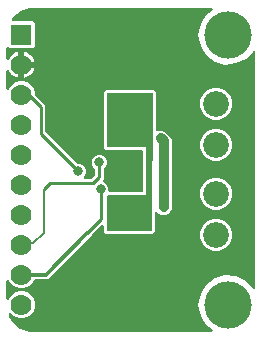
<source format=gbr>
G04 EAGLE Gerber RS-274X export*
G75*
%MOMM*%
%FSLAX34Y34*%
%LPD*%
%INBottom Copper*%
%IPPOS*%
%AMOC8*
5,1,8,0,0,1.08239X$1,22.5*%
G01*
%ADD10R,1.778000X1.778000*%
%ADD11C,1.778000*%
%ADD12C,2.184400*%
%ADD13C,4.000000*%
%ADD14C,0.800100*%
%ADD15C,0.254000*%
%ADD16C,0.203200*%
%ADD17C,0.304800*%
%ADD18C,0.812800*%

G36*
X175981Y2549D02*
X175981Y2549D01*
X176049Y2548D01*
X176138Y2569D01*
X176229Y2581D01*
X176293Y2606D01*
X176359Y2621D01*
X176440Y2664D01*
X176525Y2698D01*
X176580Y2737D01*
X176640Y2769D01*
X176708Y2831D01*
X176783Y2884D01*
X176826Y2937D01*
X176876Y2982D01*
X176927Y3059D01*
X176985Y3129D01*
X177014Y3191D01*
X177052Y3248D01*
X177082Y3334D01*
X177121Y3417D01*
X177134Y3484D01*
X177156Y3548D01*
X177163Y3640D01*
X177181Y3729D01*
X177176Y3797D01*
X177182Y3865D01*
X177167Y3956D01*
X177161Y4047D01*
X177140Y4111D01*
X177129Y4179D01*
X177091Y4262D01*
X177063Y4349D01*
X177026Y4407D01*
X176999Y4469D01*
X176942Y4541D01*
X176893Y4618D01*
X176843Y4665D01*
X176801Y4718D01*
X176679Y4823D01*
X171893Y8437D01*
X167022Y16304D01*
X165321Y25400D01*
X167022Y34496D01*
X171893Y42363D01*
X179277Y47939D01*
X188177Y50471D01*
X197391Y49618D01*
X205674Y45493D01*
X211152Y39483D01*
X211159Y39477D01*
X211164Y39470D01*
X211280Y39374D01*
X211394Y39277D01*
X211402Y39273D01*
X211409Y39267D01*
X211545Y39204D01*
X211680Y39137D01*
X211689Y39136D01*
X211697Y39132D01*
X211843Y39104D01*
X211991Y39073D01*
X212001Y39074D01*
X212010Y39072D01*
X212158Y39081D01*
X212309Y39088D01*
X212318Y39091D01*
X212327Y39092D01*
X212468Y39137D01*
X212613Y39182D01*
X212621Y39187D01*
X212629Y39190D01*
X212756Y39270D01*
X212884Y39348D01*
X212890Y39355D01*
X212898Y39360D01*
X213001Y39469D01*
X213105Y39577D01*
X213110Y39585D01*
X213116Y39591D01*
X213189Y39723D01*
X213263Y39853D01*
X213265Y39862D01*
X213270Y39870D01*
X213307Y40015D01*
X213347Y40160D01*
X213347Y40169D01*
X213349Y40178D01*
X213359Y40339D01*
X213359Y239061D01*
X213358Y239071D01*
X213359Y239080D01*
X213338Y239229D01*
X213319Y239377D01*
X213316Y239386D01*
X213315Y239395D01*
X213258Y239533D01*
X213202Y239673D01*
X213197Y239680D01*
X213193Y239689D01*
X213104Y239808D01*
X213016Y239930D01*
X213008Y239936D01*
X213003Y239943D01*
X212886Y240037D01*
X212771Y240133D01*
X212762Y240137D01*
X212755Y240143D01*
X212618Y240205D01*
X212483Y240268D01*
X212474Y240270D01*
X212465Y240274D01*
X212318Y240300D01*
X212171Y240328D01*
X212161Y240328D01*
X212152Y240329D01*
X212003Y240318D01*
X211853Y240308D01*
X211844Y240306D01*
X211835Y240305D01*
X211694Y240257D01*
X211551Y240210D01*
X211543Y240205D01*
X211534Y240202D01*
X211410Y240121D01*
X211282Y240040D01*
X211275Y240033D01*
X211268Y240028D01*
X211152Y239917D01*
X205674Y233907D01*
X197391Y229782D01*
X188177Y228929D01*
X179277Y231461D01*
X171893Y237037D01*
X167022Y244904D01*
X165321Y254000D01*
X167022Y263096D01*
X171893Y270963D01*
X176679Y274577D01*
X176728Y274625D01*
X176783Y274664D01*
X176841Y274735D01*
X176907Y274799D01*
X176942Y274857D01*
X176985Y274909D01*
X177024Y274992D01*
X177072Y275071D01*
X177092Y275136D01*
X177121Y275197D01*
X177138Y275287D01*
X177165Y275375D01*
X177168Y275443D01*
X177181Y275510D01*
X177175Y275601D01*
X177179Y275693D01*
X177165Y275759D01*
X177161Y275827D01*
X177133Y275914D01*
X177114Y276004D01*
X177084Y276065D01*
X177063Y276129D01*
X177014Y276207D01*
X176973Y276289D01*
X176929Y276341D01*
X176893Y276398D01*
X176826Y276461D01*
X176766Y276531D01*
X176711Y276569D01*
X176661Y276616D01*
X176581Y276660D01*
X176506Y276713D01*
X176442Y276737D01*
X176383Y276770D01*
X176294Y276792D01*
X176208Y276825D01*
X176140Y276832D01*
X176075Y276849D01*
X175914Y276859D01*
X25400Y276859D01*
X25378Y276857D01*
X25300Y276855D01*
X21923Y276590D01*
X21855Y276576D01*
X21786Y276571D01*
X21630Y276531D01*
X15206Y274444D01*
X15099Y274394D01*
X14988Y274350D01*
X14937Y274317D01*
X14918Y274309D01*
X14903Y274296D01*
X14852Y274264D01*
X9388Y270293D01*
X9301Y270212D01*
X9209Y270136D01*
X9171Y270090D01*
X9156Y270076D01*
X9145Y270059D01*
X9107Y270013D01*
X7242Y267446D01*
X7223Y267411D01*
X7198Y267381D01*
X7147Y267272D01*
X7089Y267167D01*
X7079Y267129D01*
X7062Y267093D01*
X7040Y266976D01*
X7010Y266859D01*
X7010Y266819D01*
X7002Y266780D01*
X7010Y266661D01*
X7010Y266541D01*
X7019Y266503D01*
X7022Y266463D01*
X7059Y266349D01*
X7089Y266233D01*
X7108Y266198D01*
X7120Y266161D01*
X7184Y266059D01*
X7242Y265954D01*
X7269Y265925D01*
X7290Y265892D01*
X7377Y265810D01*
X7459Y265723D01*
X7493Y265701D01*
X7522Y265674D01*
X7626Y265616D01*
X7728Y265552D01*
X7766Y265540D01*
X7800Y265520D01*
X7916Y265491D01*
X8030Y265453D01*
X8070Y265451D01*
X8108Y265441D01*
X8269Y265431D01*
X25182Y265431D01*
X26671Y263942D01*
X26671Y244058D01*
X25182Y242569D01*
X5298Y242569D01*
X4707Y243159D01*
X4598Y243244D01*
X4491Y243333D01*
X4472Y243342D01*
X4456Y243354D01*
X4329Y243410D01*
X4203Y243469D01*
X4183Y243473D01*
X4164Y243481D01*
X4026Y243503D01*
X3890Y243529D01*
X3870Y243527D01*
X3850Y243531D01*
X3711Y243517D01*
X3573Y243509D01*
X3554Y243503D01*
X3534Y243501D01*
X3402Y243454D01*
X3271Y243411D01*
X3253Y243400D01*
X3234Y243393D01*
X3119Y243315D01*
X3002Y243241D01*
X2988Y243226D01*
X2971Y243215D01*
X2879Y243110D01*
X2784Y243009D01*
X2774Y242991D01*
X2761Y242976D01*
X2698Y242852D01*
X2630Y242731D01*
X2625Y242711D01*
X2616Y242693D01*
X2586Y242557D01*
X2551Y242423D01*
X2549Y242395D01*
X2546Y242383D01*
X2547Y242362D01*
X2541Y242262D01*
X2541Y234141D01*
X2543Y234122D01*
X2541Y234102D01*
X2563Y233964D01*
X2581Y233826D01*
X2588Y233807D01*
X2591Y233788D01*
X2646Y233660D01*
X2698Y233530D01*
X2709Y233514D01*
X2717Y233496D01*
X2802Y233386D01*
X2884Y233273D01*
X2900Y233260D01*
X2912Y233244D01*
X3022Y233159D01*
X3129Y233070D01*
X3148Y233062D01*
X3163Y233049D01*
X3291Y232994D01*
X3417Y232935D01*
X3437Y232931D01*
X3455Y232923D01*
X3593Y232901D01*
X3729Y232875D01*
X3749Y232876D01*
X3769Y232873D01*
X3908Y232886D01*
X4047Y232894D01*
X4066Y232901D01*
X4086Y232902D01*
X4217Y232950D01*
X4349Y232993D01*
X4366Y233003D01*
X4385Y233010D01*
X4500Y233088D01*
X4618Y233163D01*
X4632Y233177D01*
X4648Y233188D01*
X4740Y233293D01*
X4836Y233394D01*
X4846Y233412D01*
X4859Y233427D01*
X4941Y233565D01*
X5464Y234591D01*
X6521Y236047D01*
X7793Y237319D01*
X9249Y238377D01*
X10852Y239193D01*
X12563Y239749D01*
X12741Y239777D01*
X12741Y229830D01*
X12756Y229712D01*
X12763Y229593D01*
X12775Y229555D01*
X12781Y229515D01*
X12824Y229404D01*
X12861Y229291D01*
X12883Y229257D01*
X12898Y229219D01*
X12967Y229123D01*
X13031Y229022D01*
X13061Y228994D01*
X13084Y228962D01*
X13176Y228886D01*
X13263Y228804D01*
X13298Y228785D01*
X13329Y228759D01*
X13437Y228708D01*
X13541Y228651D01*
X13581Y228641D01*
X13617Y228623D01*
X13724Y228603D01*
X13694Y228599D01*
X13584Y228555D01*
X13471Y228519D01*
X13436Y228497D01*
X13399Y228482D01*
X13302Y228412D01*
X13202Y228349D01*
X13174Y228319D01*
X13141Y228295D01*
X13065Y228204D01*
X12984Y228117D01*
X12964Y228082D01*
X12939Y228050D01*
X12888Y227943D01*
X12830Y227838D01*
X12820Y227799D01*
X12803Y227763D01*
X12781Y227646D01*
X12751Y227530D01*
X12747Y227470D01*
X12743Y227450D01*
X12745Y227430D01*
X12741Y227370D01*
X12741Y217423D01*
X12563Y217451D01*
X10852Y218007D01*
X9249Y218823D01*
X7793Y219881D01*
X6521Y221153D01*
X5464Y222609D01*
X4941Y223635D01*
X4930Y223651D01*
X4922Y223670D01*
X4841Y223782D01*
X4762Y223898D01*
X4747Y223911D01*
X4736Y223927D01*
X4628Y224016D01*
X4524Y224108D01*
X4506Y224117D01*
X4491Y224130D01*
X4365Y224189D01*
X4240Y224253D01*
X4221Y224257D01*
X4203Y224265D01*
X4066Y224292D01*
X3930Y224322D01*
X3910Y224322D01*
X3890Y224325D01*
X3751Y224317D01*
X3612Y224312D01*
X3593Y224307D01*
X3573Y224306D01*
X3440Y224263D01*
X3307Y224224D01*
X3289Y224214D01*
X3271Y224207D01*
X3153Y224133D01*
X3033Y224062D01*
X3019Y224048D01*
X3002Y224037D01*
X2906Y223936D01*
X2808Y223837D01*
X2798Y223820D01*
X2784Y223806D01*
X2717Y223684D01*
X2646Y223564D01*
X2640Y223545D01*
X2630Y223527D01*
X2596Y223393D01*
X2557Y223258D01*
X2556Y223239D01*
X2551Y223219D01*
X2541Y223059D01*
X2541Y208792D01*
X2549Y208723D01*
X2548Y208653D01*
X2569Y208566D01*
X2581Y208477D01*
X2606Y208412D01*
X2623Y208344D01*
X2665Y208264D01*
X2698Y208181D01*
X2739Y208125D01*
X2771Y208063D01*
X2832Y207996D01*
X2884Y207924D01*
X2938Y207879D01*
X2985Y207827D01*
X3060Y207778D01*
X3129Y207721D01*
X3193Y207691D01*
X3251Y207653D01*
X3336Y207623D01*
X3417Y207585D01*
X3486Y207572D01*
X3552Y207549D01*
X3641Y207542D01*
X3729Y207525D01*
X3799Y207530D01*
X3869Y207524D01*
X3957Y207540D01*
X4047Y207545D01*
X4113Y207567D01*
X4182Y207579D01*
X4264Y207616D01*
X4349Y207643D01*
X4408Y207681D01*
X4472Y207709D01*
X4542Y207765D01*
X4618Y207813D01*
X4666Y207864D01*
X4720Y207908D01*
X4775Y207980D01*
X4836Y208045D01*
X4870Y208106D01*
X4912Y208162D01*
X4983Y208306D01*
X5549Y209675D01*
X8765Y212891D01*
X12966Y214631D01*
X17514Y214631D01*
X21715Y212891D01*
X24931Y209675D01*
X26671Y205474D01*
X26671Y204034D01*
X26683Y203936D01*
X26686Y203837D01*
X26703Y203779D01*
X26711Y203719D01*
X26747Y203627D01*
X26775Y203531D01*
X26805Y203479D01*
X26828Y203423D01*
X26886Y203343D01*
X26936Y203258D01*
X27002Y203182D01*
X27014Y203166D01*
X27024Y203158D01*
X27042Y203137D01*
X35561Y194618D01*
X35561Y172284D01*
X35573Y172186D01*
X35576Y172087D01*
X35593Y172029D01*
X35601Y171969D01*
X35637Y171877D01*
X35665Y171781D01*
X35695Y171729D01*
X35718Y171673D01*
X35776Y171593D01*
X35826Y171508D01*
X35892Y171432D01*
X35904Y171416D01*
X35914Y171408D01*
X35932Y171387D01*
X61976Y145343D01*
X62054Y145282D01*
X62127Y145214D01*
X62180Y145185D01*
X62227Y145148D01*
X62318Y145109D01*
X62405Y145061D01*
X62464Y145046D01*
X62519Y145022D01*
X62617Y145006D01*
X62713Y144981D01*
X62813Y144975D01*
X62833Y144972D01*
X62846Y144973D01*
X62874Y144971D01*
X64801Y144971D01*
X67205Y143975D01*
X69045Y142135D01*
X70041Y139731D01*
X70041Y137129D01*
X69045Y134725D01*
X68568Y134248D01*
X68483Y134138D01*
X68394Y134031D01*
X68386Y134012D01*
X68373Y133996D01*
X68318Y133868D01*
X68259Y133743D01*
X68255Y133723D01*
X68247Y133704D01*
X68225Y133566D01*
X68199Y133430D01*
X68200Y133410D01*
X68197Y133390D01*
X68210Y133251D01*
X68219Y133113D01*
X68225Y133094D01*
X68227Y133074D01*
X68274Y132943D01*
X68317Y132811D01*
X68328Y132793D01*
X68334Y132774D01*
X68412Y132660D01*
X68487Y132542D01*
X68502Y132528D01*
X68513Y132511D01*
X68617Y132419D01*
X68719Y132324D01*
X68736Y132314D01*
X68751Y132301D01*
X68875Y132238D01*
X68997Y132170D01*
X69017Y132165D01*
X69035Y132156D01*
X69171Y132126D01*
X69305Y132091D01*
X69333Y132089D01*
X69345Y132086D01*
X69365Y132087D01*
X69466Y132081D01*
X74096Y132081D01*
X74194Y132093D01*
X74293Y132096D01*
X74351Y132113D01*
X74411Y132121D01*
X74503Y132157D01*
X74599Y132185D01*
X74651Y132215D01*
X74707Y132238D01*
X74787Y132296D01*
X74872Y132346D01*
X74948Y132412D01*
X74964Y132424D01*
X74972Y132434D01*
X74993Y132452D01*
X77098Y134557D01*
X77158Y134635D01*
X77226Y134707D01*
X77255Y134760D01*
X77292Y134808D01*
X77332Y134899D01*
X77380Y134986D01*
X77395Y135044D01*
X77419Y135100D01*
X77434Y135198D01*
X77459Y135294D01*
X77465Y135394D01*
X77469Y135414D01*
X77467Y135426D01*
X77469Y135454D01*
X77469Y140084D01*
X77457Y140182D01*
X77454Y140281D01*
X77437Y140340D01*
X77429Y140400D01*
X77393Y140492D01*
X77365Y140587D01*
X77335Y140639D01*
X77312Y140695D01*
X77254Y140776D01*
X77204Y140861D01*
X77138Y140936D01*
X77126Y140953D01*
X77116Y140961D01*
X77098Y140982D01*
X75735Y142345D01*
X74739Y144749D01*
X74739Y147351D01*
X75735Y149755D01*
X77575Y151595D01*
X79979Y152591D01*
X82581Y152591D01*
X84985Y151595D01*
X86825Y149755D01*
X87821Y147351D01*
X87821Y144749D01*
X86825Y142345D01*
X85462Y140982D01*
X85402Y140903D01*
X85334Y140831D01*
X85305Y140778D01*
X85268Y140730D01*
X85228Y140640D01*
X85180Y140553D01*
X85165Y140494D01*
X85141Y140439D01*
X85126Y140341D01*
X85101Y140245D01*
X85095Y140145D01*
X85091Y140125D01*
X85093Y140112D01*
X85091Y140084D01*
X85091Y131772D01*
X84628Y131309D01*
X84598Y131270D01*
X84561Y131236D01*
X84501Y131145D01*
X84433Y131058D01*
X84413Y131012D01*
X84386Y130971D01*
X84351Y130867D01*
X84307Y130766D01*
X84299Y130717D01*
X84283Y130670D01*
X84274Y130560D01*
X84257Y130452D01*
X84262Y130402D01*
X84258Y130353D01*
X84277Y130245D01*
X84287Y130135D01*
X84304Y130088D01*
X84312Y130039D01*
X84357Y129939D01*
X84394Y129836D01*
X84422Y129795D01*
X84443Y129749D01*
X84511Y129664D01*
X84573Y129573D01*
X84610Y129540D01*
X84641Y129501D01*
X84729Y129435D01*
X84811Y129362D01*
X84856Y129340D01*
X84895Y129310D01*
X85040Y129239D01*
X86255Y128735D01*
X88095Y126895D01*
X89091Y124491D01*
X89091Y121920D01*
X89106Y121802D01*
X89114Y121683D01*
X89126Y121645D01*
X89131Y121604D01*
X89175Y121494D01*
X89212Y121381D01*
X89233Y121346D01*
X89248Y121309D01*
X89318Y121213D01*
X89382Y121112D01*
X89411Y121084D01*
X89435Y121051D01*
X89527Y120975D01*
X89613Y120894D01*
X89649Y120874D01*
X89680Y120849D01*
X89788Y120798D01*
X89892Y120740D01*
X89931Y120730D01*
X89968Y120713D01*
X90084Y120691D01*
X90200Y120661D01*
X90260Y120657D01*
X90280Y120653D01*
X90300Y120655D01*
X90360Y120651D01*
X116840Y120651D01*
X116958Y120666D01*
X117077Y120673D01*
X117115Y120686D01*
X117156Y120691D01*
X117266Y120734D01*
X117379Y120771D01*
X117414Y120793D01*
X117451Y120808D01*
X117547Y120877D01*
X117648Y120941D01*
X117676Y120971D01*
X117709Y120994D01*
X117785Y121086D01*
X117866Y121173D01*
X117886Y121208D01*
X117911Y121239D01*
X117962Y121347D01*
X118020Y121451D01*
X118030Y121491D01*
X118047Y121527D01*
X118069Y121644D01*
X118099Y121759D01*
X118103Y121819D01*
X118107Y121839D01*
X118105Y121860D01*
X118109Y121920D01*
X118109Y154940D01*
X118094Y155058D01*
X118087Y155177D01*
X118074Y155215D01*
X118069Y155256D01*
X118026Y155366D01*
X117989Y155479D01*
X117967Y155514D01*
X117952Y155551D01*
X117883Y155647D01*
X117819Y155748D01*
X117789Y155776D01*
X117766Y155809D01*
X117674Y155885D01*
X117587Y155966D01*
X117552Y155986D01*
X117521Y156011D01*
X117413Y156062D01*
X117309Y156120D01*
X117269Y156130D01*
X117233Y156147D01*
X117116Y156169D01*
X117001Y156199D01*
X116941Y156203D01*
X116921Y156207D01*
X116900Y156205D01*
X116840Y156209D01*
X87322Y156209D01*
X85089Y158442D01*
X85089Y205228D01*
X87322Y207461D01*
X123639Y207461D01*
X123730Y207472D01*
X123822Y207474D01*
X123849Y207482D01*
X125724Y207461D01*
X125728Y207461D01*
X125738Y207461D01*
X127313Y207461D01*
X128415Y206335D01*
X128418Y206332D01*
X128424Y206325D01*
X129538Y205211D01*
X129521Y203637D01*
X129521Y203632D01*
X129521Y203623D01*
X129521Y201739D01*
X129510Y201697D01*
X129501Y201581D01*
X129498Y201564D01*
X129499Y201555D01*
X129498Y201537D01*
X129190Y173709D01*
X129196Y173653D01*
X129193Y173596D01*
X129214Y173496D01*
X129226Y173393D01*
X129246Y173340D01*
X129258Y173285D01*
X129303Y173192D01*
X129340Y173096D01*
X129373Y173050D01*
X129397Y172999D01*
X129464Y172921D01*
X129524Y172837D01*
X129567Y172800D01*
X129604Y172757D01*
X129688Y172698D01*
X129766Y172631D01*
X129818Y172607D01*
X129864Y172574D01*
X129960Y172538D01*
X130053Y172493D01*
X130108Y172481D01*
X130161Y172461D01*
X130264Y172450D01*
X130364Y172429D01*
X130421Y172432D01*
X130477Y172426D01*
X130579Y172440D01*
X130682Y172446D01*
X130736Y172463D01*
X130792Y172470D01*
X130945Y172523D01*
X132036Y172975D01*
X134664Y172975D01*
X137091Y171969D01*
X141489Y167571D01*
X142495Y165144D01*
X142495Y106636D01*
X141489Y104209D01*
X139631Y102351D01*
X137204Y101345D01*
X134576Y101345D01*
X132149Y102351D01*
X130574Y103925D01*
X130470Y104006D01*
X130369Y104092D01*
X130345Y104103D01*
X130323Y104120D01*
X130202Y104173D01*
X130083Y104230D01*
X130056Y104236D01*
X130031Y104247D01*
X129900Y104267D01*
X129771Y104294D01*
X129744Y104292D01*
X129717Y104296D01*
X129585Y104284D01*
X129454Y104277D01*
X129428Y104269D01*
X129400Y104267D01*
X129276Y104222D01*
X129150Y104183D01*
X129127Y104168D01*
X129101Y104159D01*
X128992Y104085D01*
X128879Y104015D01*
X128861Y103996D01*
X128838Y103980D01*
X128750Y103881D01*
X128659Y103786D01*
X128646Y103763D01*
X128627Y103742D01*
X128567Y103624D01*
X128502Y103509D01*
X128495Y103483D01*
X128483Y103459D01*
X128454Y103330D01*
X128420Y103202D01*
X128417Y103164D01*
X128413Y103148D01*
X128414Y103127D01*
X128408Y103042D01*
X128251Y88876D01*
X128251Y88871D01*
X128251Y88862D01*
X128251Y87287D01*
X127125Y86185D01*
X127122Y86182D01*
X127115Y86175D01*
X126001Y85062D01*
X124426Y85079D01*
X124421Y85079D01*
X124412Y85079D01*
X90816Y85079D01*
X90722Y85067D01*
X90713Y85067D01*
X88722Y85079D01*
X88720Y85079D01*
X88714Y85079D01*
X87138Y85079D01*
X86029Y86202D01*
X86027Y86203D01*
X86024Y86207D01*
X84910Y87321D01*
X84919Y88900D01*
X84919Y88902D01*
X84919Y88908D01*
X84919Y90833D01*
X84921Y90839D01*
X84928Y90946D01*
X84931Y90965D01*
X84930Y90976D01*
X84932Y90999D01*
X84936Y91715D01*
X84919Y91857D01*
X84906Y91999D01*
X84900Y92015D01*
X84898Y92031D01*
X84847Y92164D01*
X84798Y92299D01*
X84789Y92312D01*
X84783Y92327D01*
X84700Y92443D01*
X84620Y92562D01*
X84607Y92573D01*
X84598Y92586D01*
X84489Y92677D01*
X84381Y92772D01*
X84367Y92780D01*
X84354Y92790D01*
X84225Y92852D01*
X84098Y92917D01*
X84082Y92920D01*
X84067Y92927D01*
X83927Y92955D01*
X83788Y92986D01*
X83771Y92986D01*
X83755Y92989D01*
X83613Y92981D01*
X83470Y92977D01*
X83454Y92972D01*
X83438Y92971D01*
X83302Y92928D01*
X83164Y92888D01*
X83150Y92880D01*
X83135Y92875D01*
X83013Y92799D01*
X82890Y92727D01*
X82874Y92712D01*
X82865Y92707D01*
X82852Y92693D01*
X82770Y92620D01*
X75556Y85407D01*
X75496Y85329D01*
X75428Y85257D01*
X75399Y85204D01*
X75362Y85156D01*
X75322Y85065D01*
X75274Y84978D01*
X75259Y84920D01*
X75235Y84864D01*
X75220Y84766D01*
X75201Y84692D01*
X38761Y48252D01*
X38757Y48248D01*
X38748Y48239D01*
X37578Y47035D01*
X35898Y47035D01*
X35892Y47035D01*
X35879Y47035D01*
X26828Y46903D01*
X26808Y46901D01*
X26788Y46902D01*
X26651Y46878D01*
X26513Y46859D01*
X26495Y46851D01*
X26475Y46848D01*
X26348Y46791D01*
X26219Y46738D01*
X26203Y46726D01*
X26185Y46717D01*
X26076Y46631D01*
X25965Y46547D01*
X25952Y46531D01*
X25936Y46519D01*
X25853Y46408D01*
X25766Y46299D01*
X25757Y46281D01*
X25745Y46265D01*
X25674Y46120D01*
X24931Y44325D01*
X21715Y41109D01*
X17514Y39369D01*
X12966Y39369D01*
X8765Y41109D01*
X5549Y44325D01*
X4983Y45694D01*
X4948Y45754D01*
X4922Y45819D01*
X4870Y45892D01*
X4825Y45970D01*
X4777Y46020D01*
X4736Y46076D01*
X4666Y46134D01*
X4604Y46198D01*
X4544Y46235D01*
X4491Y46279D01*
X4409Y46318D01*
X4333Y46365D01*
X4266Y46385D01*
X4203Y46415D01*
X4115Y46432D01*
X4029Y46458D01*
X3959Y46461D01*
X3890Y46475D01*
X3801Y46469D01*
X3711Y46473D01*
X3643Y46459D01*
X3573Y46455D01*
X3488Y46427D01*
X3400Y46409D01*
X3337Y46378D01*
X3271Y46357D01*
X3195Y46309D01*
X3114Y46269D01*
X3061Y46224D01*
X3002Y46187D01*
X2940Y46121D01*
X2872Y46063D01*
X2832Y46006D01*
X2784Y45955D01*
X2741Y45876D01*
X2689Y45803D01*
X2664Y45738D01*
X2630Y45677D01*
X2608Y45590D01*
X2576Y45506D01*
X2568Y45436D01*
X2551Y45369D01*
X2541Y45208D01*
X2541Y30992D01*
X2549Y30923D01*
X2548Y30853D01*
X2569Y30766D01*
X2581Y30677D01*
X2606Y30612D01*
X2623Y30544D01*
X2665Y30464D01*
X2698Y30381D01*
X2739Y30325D01*
X2771Y30263D01*
X2832Y30196D01*
X2884Y30124D01*
X2938Y30079D01*
X2985Y30027D01*
X3060Y29978D01*
X3129Y29921D01*
X3193Y29891D01*
X3251Y29853D01*
X3336Y29823D01*
X3417Y29785D01*
X3486Y29772D01*
X3552Y29749D01*
X3641Y29742D01*
X3729Y29725D01*
X3799Y29730D01*
X3869Y29724D01*
X3957Y29740D01*
X4047Y29745D01*
X4113Y29767D01*
X4182Y29779D01*
X4264Y29816D01*
X4349Y29843D01*
X4408Y29881D01*
X4472Y29909D01*
X4542Y29965D01*
X4618Y30013D01*
X4666Y30064D01*
X4720Y30108D01*
X4775Y30180D01*
X4836Y30245D01*
X4870Y30306D01*
X4912Y30362D01*
X4983Y30506D01*
X5549Y31875D01*
X8765Y35091D01*
X12966Y36831D01*
X17514Y36831D01*
X21715Y35091D01*
X24931Y31875D01*
X26671Y27674D01*
X26671Y23126D01*
X24931Y18925D01*
X21715Y15709D01*
X17514Y13969D01*
X12966Y13969D01*
X8765Y15709D01*
X6619Y17856D01*
X6603Y17868D01*
X6590Y17883D01*
X6478Y17965D01*
X6368Y18051D01*
X6349Y18059D01*
X6333Y18070D01*
X6204Y18121D01*
X6076Y18177D01*
X6056Y18180D01*
X6037Y18187D01*
X5899Y18205D01*
X5762Y18227D01*
X5742Y18225D01*
X5722Y18227D01*
X5584Y18210D01*
X5445Y18197D01*
X5426Y18190D01*
X5406Y18188D01*
X5277Y18137D01*
X5146Y18089D01*
X5129Y18078D01*
X5111Y18071D01*
X4998Y17989D01*
X4883Y17911D01*
X4869Y17896D01*
X4853Y17884D01*
X4764Y17777D01*
X4672Y17672D01*
X4663Y17655D01*
X4650Y17639D01*
X4591Y17513D01*
X4527Y17389D01*
X4523Y17370D01*
X4515Y17352D01*
X4488Y17215D01*
X4458Y17079D01*
X4458Y17059D01*
X4455Y17039D01*
X4463Y16900D01*
X4467Y16761D01*
X4473Y16742D01*
X4474Y16722D01*
X4514Y16566D01*
X4956Y15206D01*
X5007Y15099D01*
X5050Y14988D01*
X5083Y14937D01*
X5091Y14918D01*
X5104Y14903D01*
X5136Y14852D01*
X9107Y9388D01*
X9127Y9366D01*
X9138Y9348D01*
X9184Y9305D01*
X9188Y9301D01*
X9264Y9209D01*
X9310Y9171D01*
X9324Y9156D01*
X9342Y9145D01*
X9388Y9107D01*
X14596Y5322D01*
X14852Y5136D01*
X14956Y5079D01*
X15056Y5015D01*
X15113Y4993D01*
X15131Y4983D01*
X15151Y4978D01*
X15206Y4956D01*
X21630Y2869D01*
X21698Y2856D01*
X21764Y2833D01*
X21923Y2810D01*
X25300Y2545D01*
X25322Y2546D01*
X25400Y2541D01*
X175914Y2541D01*
X175981Y2549D01*
G37*
G36*
X124551Y87635D02*
X124551Y87635D01*
X124663Y87641D01*
X124708Y87655D01*
X124756Y87661D01*
X124860Y87702D01*
X124967Y87735D01*
X125007Y87760D01*
X125051Y87778D01*
X125142Y87843D01*
X125237Y87902D01*
X125270Y87937D01*
X125309Y87964D01*
X125380Y88051D01*
X125458Y88132D01*
X125481Y88173D01*
X125511Y88209D01*
X125559Y88311D01*
X125614Y88408D01*
X125627Y88454D01*
X125647Y88497D01*
X125668Y88607D01*
X125697Y88715D01*
X125703Y88788D01*
X125707Y88810D01*
X125706Y88828D01*
X125709Y88876D01*
X126979Y203636D01*
X126965Y203761D01*
X126957Y203887D01*
X126947Y203919D01*
X126943Y203952D01*
X126898Y204070D01*
X126859Y204189D01*
X126841Y204218D01*
X126829Y204249D01*
X126756Y204351D01*
X126689Y204458D01*
X126664Y204481D01*
X126645Y204508D01*
X126549Y204590D01*
X126457Y204676D01*
X126428Y204692D01*
X126402Y204714D01*
X126289Y204769D01*
X126179Y204830D01*
X126146Y204838D01*
X126116Y204853D01*
X125993Y204878D01*
X125871Y204909D01*
X125822Y204912D01*
X125805Y204916D01*
X125783Y204915D01*
X125710Y204919D01*
X88900Y204919D01*
X88782Y204904D01*
X88663Y204897D01*
X88625Y204884D01*
X88584Y204879D01*
X88474Y204836D01*
X88361Y204799D01*
X88326Y204777D01*
X88289Y204762D01*
X88193Y204693D01*
X88092Y204629D01*
X88064Y204599D01*
X88031Y204576D01*
X87956Y204484D01*
X87874Y204397D01*
X87854Y204362D01*
X87829Y204331D01*
X87778Y204223D01*
X87720Y204119D01*
X87710Y204079D01*
X87693Y204043D01*
X87671Y203926D01*
X87641Y203811D01*
X87637Y203751D01*
X87633Y203731D01*
X87635Y203710D01*
X87631Y203650D01*
X87631Y160020D01*
X87646Y159902D01*
X87653Y159783D01*
X87666Y159745D01*
X87671Y159704D01*
X87714Y159594D01*
X87751Y159481D01*
X87773Y159446D01*
X87788Y159409D01*
X87858Y159313D01*
X87921Y159212D01*
X87951Y159184D01*
X87974Y159151D01*
X88066Y159076D01*
X88153Y158994D01*
X88188Y158974D01*
X88219Y158949D01*
X88327Y158898D01*
X88431Y158840D01*
X88471Y158830D01*
X88507Y158813D01*
X88624Y158791D01*
X88739Y158761D01*
X88800Y158757D01*
X88820Y158753D01*
X88840Y158755D01*
X88900Y158751D01*
X120651Y158751D01*
X120651Y118109D01*
X88900Y118109D01*
X88786Y118095D01*
X88671Y118088D01*
X88628Y118075D01*
X88584Y118069D01*
X88477Y118027D01*
X88368Y117992D01*
X88330Y117969D01*
X88289Y117952D01*
X88196Y117885D01*
X88098Y117824D01*
X88067Y117792D01*
X88031Y117766D01*
X87958Y117677D01*
X87879Y117593D01*
X87857Y117555D01*
X87829Y117521D01*
X87780Y117416D01*
X87723Y117316D01*
X87712Y117273D01*
X87693Y117233D01*
X87671Y117120D01*
X87642Y117008D01*
X87637Y116941D01*
X87633Y116921D01*
X87635Y116901D01*
X87633Y116894D01*
X87634Y116887D01*
X87631Y116848D01*
X87461Y88898D01*
X87475Y88776D01*
X87483Y88653D01*
X87494Y88618D01*
X87499Y88582D01*
X87543Y88467D01*
X87581Y88351D01*
X87601Y88320D01*
X87614Y88286D01*
X87686Y88186D01*
X87751Y88082D01*
X87778Y88057D01*
X87799Y88027D01*
X87893Y87948D01*
X87983Y87864D01*
X88015Y87846D01*
X88043Y87823D01*
X88154Y87770D01*
X88261Y87710D01*
X88297Y87701D01*
X88330Y87686D01*
X88450Y87662D01*
X88569Y87631D01*
X88623Y87628D01*
X88642Y87624D01*
X88663Y87625D01*
X88730Y87621D01*
X124440Y87621D01*
X124551Y87635D01*
G37*
%LPC*%
G36*
X177662Y182337D02*
X177662Y182337D01*
X172714Y184387D01*
X168927Y188174D01*
X166877Y193122D01*
X166877Y198478D01*
X168927Y203426D01*
X172714Y207213D01*
X177662Y209263D01*
X183018Y209263D01*
X187966Y207213D01*
X191753Y203426D01*
X193803Y198478D01*
X193803Y193122D01*
X191753Y188174D01*
X187966Y184387D01*
X183018Y182337D01*
X177662Y182337D01*
G37*
%LPD*%
%LPC*%
G36*
X177662Y147337D02*
X177662Y147337D01*
X172714Y149387D01*
X168927Y153174D01*
X166877Y158122D01*
X166877Y163478D01*
X168927Y168426D01*
X172714Y172213D01*
X177662Y174263D01*
X183018Y174263D01*
X187966Y172213D01*
X191753Y168426D01*
X193803Y163478D01*
X193803Y158122D01*
X191753Y153174D01*
X187966Y149387D01*
X183018Y147337D01*
X177662Y147337D01*
G37*
%LPD*%
%LPC*%
G36*
X177662Y106137D02*
X177662Y106137D01*
X172714Y108187D01*
X168927Y111974D01*
X166877Y116922D01*
X166877Y122278D01*
X168927Y127226D01*
X172714Y131013D01*
X177662Y133063D01*
X183018Y133063D01*
X187966Y131013D01*
X191753Y127226D01*
X193803Y122278D01*
X193803Y116922D01*
X191753Y111974D01*
X187966Y108187D01*
X183018Y106137D01*
X177662Y106137D01*
G37*
%LPD*%
%LPC*%
G36*
X177662Y71137D02*
X177662Y71137D01*
X172714Y73187D01*
X168927Y76974D01*
X166877Y81922D01*
X166877Y87278D01*
X168927Y92226D01*
X172714Y96013D01*
X177662Y98063D01*
X183018Y98063D01*
X187966Y96013D01*
X191753Y92226D01*
X193803Y87278D01*
X193803Y81922D01*
X191753Y76974D01*
X187966Y73187D01*
X183018Y71137D01*
X177662Y71137D01*
G37*
%LPD*%
%LPC*%
G36*
X17739Y231099D02*
X17739Y231099D01*
X17739Y239777D01*
X17917Y239749D01*
X19628Y239193D01*
X21231Y238377D01*
X22687Y237319D01*
X23959Y236047D01*
X25017Y234591D01*
X25833Y232988D01*
X26389Y231277D01*
X26417Y231099D01*
X17739Y231099D01*
G37*
%LPD*%
%LPC*%
G36*
X17739Y226101D02*
X17739Y226101D01*
X26417Y226101D01*
X26389Y225923D01*
X25833Y224212D01*
X25017Y222609D01*
X23959Y221153D01*
X22687Y219881D01*
X21231Y218823D01*
X19628Y218007D01*
X17917Y217451D01*
X17739Y217423D01*
X17739Y226101D01*
G37*
%LPD*%
D10*
X15240Y254000D03*
D11*
X15240Y228600D03*
X15240Y203200D03*
X15240Y177800D03*
X15240Y152400D03*
X15240Y127000D03*
X15240Y101600D03*
X15240Y76200D03*
X15240Y50800D03*
X15240Y25400D03*
D12*
X180340Y119600D03*
X180340Y84600D03*
X180340Y195800D03*
X180340Y160800D03*
D13*
X190500Y25400D03*
X190500Y254000D03*
D14*
X81280Y146050D03*
D15*
X81280Y133350D01*
X76200Y128270D01*
X39370Y128270D01*
X34290Y123190D01*
D16*
X34290Y86360D01*
X25400Y77470D01*
X15970Y77470D01*
X15240Y76200D01*
D14*
X82550Y123190D03*
D15*
X82550Y97790D01*
X71120Y86360D01*
D17*
X35860Y51100D01*
X15240Y50800D01*
D14*
X135890Y107950D03*
D18*
X135890Y163830D01*
X133350Y166370D01*
D14*
X133350Y166370D03*
X172720Y138430D03*
X140000Y220000D03*
X45720Y241300D03*
X113030Y138430D03*
X96520Y196850D03*
X113030Y96520D03*
D15*
X113030Y92710D01*
D14*
X63500Y138430D03*
D15*
X31750Y170180D01*
X31750Y193040D01*
X21590Y203200D01*
X21590Y203500D01*
X15240Y203200D01*
M02*

</source>
